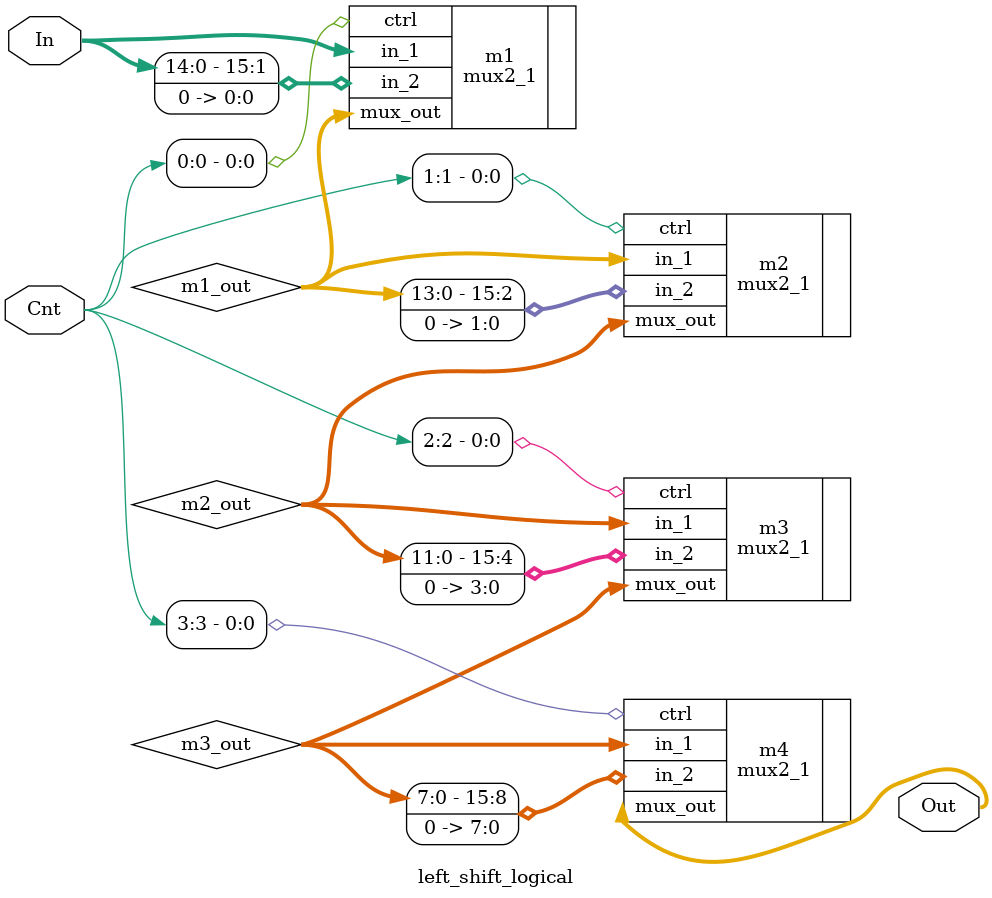
<source format=v>
module left_shift_logical (In, Cnt, Out);
   
   input [15:0] In;
   input [3:0]  Cnt;
   output [15:0] Out;
   wire [15:0] m1_out;
   wire [15:0] m2_out;
   wire [15:0] m3_out;
   
   //2:1 muxes instantiation 
   mux2_1 m1(.in_1(In), .in_2({In[14:0], 1'b0}), .ctrl(Cnt[0]), .mux_out(m1_out));
   mux2_1 m2(.in_1(m1_out), .in_2({m1_out[13:0], 2'b0}), .ctrl(Cnt[1]), .mux_out(m2_out));
   mux2_1 m3(.in_1(m2_out), .in_2({m2_out[11:0], 4'b0}), .ctrl(Cnt[2]), .mux_out(m3_out));
   mux2_1 m4(.in_1(m3_out), .in_2({m3_out[7:0], 8'b0}), .ctrl(Cnt[3]), .mux_out(Out));

 
endmodule


</source>
